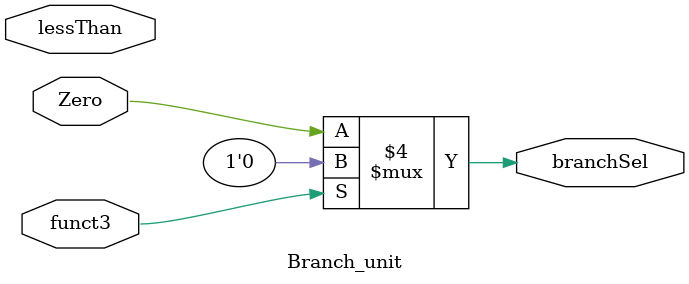
<source format=v>
`timescale 1ns / 1ps


module Branch_unit(
    input funct3,
    input Zero,
    input lessThan,
    output branchSel
    );
    
    assign branchSel = (funct3 == 3'b000) ? Zero:
                       (funct3 == 3'b100) ? lessThan :
                       1'b0;
    
   
endmodule

</source>
